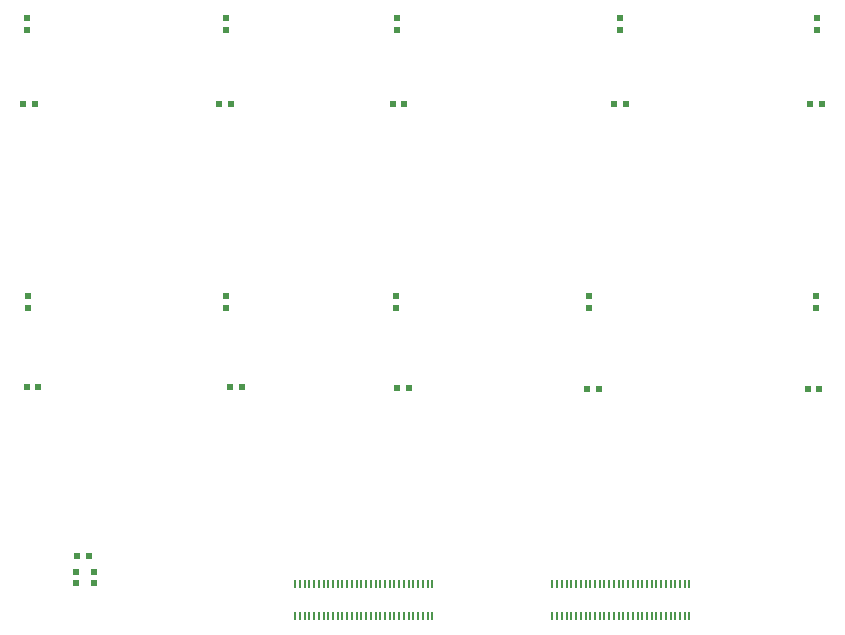
<source format=gbr>
%TF.GenerationSoftware,KiCad,Pcbnew,8.0.3*%
%TF.CreationDate,2024-12-24T16:57:12+05:30*%
%TF.ProjectId,GPIO HAT 2,4750494f-2048-4415-9420-322e6b696361,rev?*%
%TF.SameCoordinates,Original*%
%TF.FileFunction,Paste,Bot*%
%TF.FilePolarity,Positive*%
%FSLAX46Y46*%
G04 Gerber Fmt 4.6, Leading zero omitted, Abs format (unit mm)*
G04 Created by KiCad (PCBNEW 8.0.3) date 2024-12-24 16:57:12*
%MOMM*%
%LPD*%
G01*
G04 APERTURE LIST*
%ADD10R,0.500000X0.600000*%
%ADD11R,0.600000X0.500000*%
%ADD12R,0.230000X0.660000*%
G04 APERTURE END LIST*
D10*
%TO.C,C39*%
X231775000Y-92405200D03*
X230775000Y-92405200D03*
%TD*%
%TO.C,C31*%
X196824600Y-116382800D03*
X195824600Y-116382800D03*
%TD*%
D11*
%TO.C,C32*%
X195681600Y-109651800D03*
X195681600Y-108651800D03*
%TD*%
D10*
%TO.C,C33*%
X196418200Y-92405200D03*
X195418200Y-92405200D03*
%TD*%
D11*
%TO.C,C42*%
X231241600Y-109651800D03*
X231241600Y-108651800D03*
%TD*%
D10*
%TO.C,C27*%
X182676800Y-116357400D03*
X181676800Y-116357400D03*
%TD*%
D11*
%TO.C,C38*%
X212013800Y-109651800D03*
X212013800Y-108651800D03*
%TD*%
%TO.C,R20*%
X168630600Y-131953000D03*
X168630600Y-132953001D03*
%TD*%
%TO.C,C24*%
X164566600Y-109651800D03*
X164566600Y-108651800D03*
%TD*%
D12*
%TO.C,J22*%
X220547000Y-132994400D03*
X220147000Y-132994400D03*
X219747000Y-132994400D03*
X219347000Y-132994400D03*
X218947000Y-132994400D03*
X218547000Y-132994400D03*
X218147000Y-132994400D03*
X217747000Y-132994400D03*
X217347000Y-132994400D03*
X216947000Y-132994400D03*
X216547000Y-132994400D03*
X216147000Y-132994400D03*
X215747000Y-132994400D03*
X215347000Y-132994400D03*
X214947000Y-132994400D03*
X214547000Y-132994400D03*
X214147000Y-132994400D03*
X213747000Y-132994400D03*
X213347000Y-132994400D03*
X212947000Y-132994400D03*
X212547000Y-132994400D03*
X212147000Y-132994400D03*
X211747000Y-132994400D03*
X211347000Y-132994400D03*
X210947000Y-132994400D03*
X210547000Y-132994400D03*
X210147000Y-132994400D03*
X209747000Y-132994400D03*
X209347000Y-132994400D03*
X208947000Y-132994400D03*
X208947000Y-135704400D03*
X209347000Y-135704400D03*
X209747000Y-135704400D03*
X210147000Y-135704400D03*
X210547000Y-135704400D03*
X210947000Y-135704400D03*
X211347000Y-135704400D03*
X211747000Y-135704400D03*
X212147000Y-135704400D03*
X212547000Y-135704400D03*
X212947000Y-135704400D03*
X213347000Y-135704400D03*
X213747000Y-135704400D03*
X214147000Y-135704400D03*
X214547000Y-135704400D03*
X214947000Y-135704400D03*
X215347000Y-135704400D03*
X215747000Y-135704400D03*
X216147000Y-135704400D03*
X216547000Y-135704400D03*
X216947000Y-135704400D03*
X217347000Y-135704400D03*
X217747000Y-135704400D03*
X218147000Y-135704400D03*
X218547000Y-135704400D03*
X218947000Y-135704400D03*
X219347000Y-135704400D03*
X219747000Y-135704400D03*
X220147000Y-135704400D03*
X220547000Y-135704400D03*
%TD*%
D10*
%TO.C,C25*%
X165125400Y-92405200D03*
X164125400Y-92405200D03*
%TD*%
D12*
%TO.C,J21*%
X187166400Y-135712200D03*
X187566400Y-135712200D03*
X187966400Y-135712200D03*
X188366400Y-135712200D03*
X188766400Y-135712200D03*
X189166400Y-135712200D03*
X189566400Y-135712200D03*
X189966400Y-135712200D03*
X190366400Y-135712200D03*
X190766400Y-135712200D03*
X191166400Y-135712200D03*
X191566400Y-135712200D03*
X191966400Y-135712200D03*
X192366400Y-135712200D03*
X192766400Y-135712200D03*
X193166400Y-135712200D03*
X193566400Y-135712200D03*
X193966400Y-135712200D03*
X194366400Y-135712200D03*
X194766400Y-135712200D03*
X195166400Y-135712200D03*
X195566400Y-135712200D03*
X195966400Y-135712200D03*
X196366400Y-135712200D03*
X196766400Y-135712200D03*
X197166400Y-135712200D03*
X197566400Y-135712200D03*
X197966400Y-135712200D03*
X198366400Y-135712200D03*
X198766400Y-135712200D03*
X198766400Y-133002200D03*
X198366400Y-133002200D03*
X197966400Y-133002200D03*
X197566400Y-133002200D03*
X197166400Y-133002200D03*
X196766400Y-133002200D03*
X196366400Y-133002200D03*
X195966400Y-133002200D03*
X195566400Y-133002200D03*
X195166400Y-133002200D03*
X194766400Y-133002200D03*
X194366400Y-133002200D03*
X193966400Y-133002200D03*
X193566400Y-133002200D03*
X193166400Y-133002200D03*
X192766400Y-133002200D03*
X192366400Y-133002200D03*
X191966400Y-133002200D03*
X191566400Y-133002200D03*
X191166400Y-133002200D03*
X190766400Y-133002200D03*
X190366400Y-133002200D03*
X189966400Y-133002200D03*
X189566400Y-133002200D03*
X189166400Y-133002200D03*
X188766400Y-133002200D03*
X188366400Y-133002200D03*
X187966400Y-133002200D03*
X187566400Y-133002200D03*
X187166400Y-133002200D03*
%TD*%
D10*
%TO.C,C37*%
X212877400Y-116535200D03*
X211877400Y-116535200D03*
%TD*%
%TO.C,C43*%
X168732200Y-130632200D03*
X169732200Y-130632200D03*
%TD*%
D11*
%TO.C,C28*%
X181305200Y-109651800D03*
X181305200Y-108651800D03*
%TD*%
D10*
%TO.C,C29*%
X181711600Y-92405200D03*
X180711600Y-92405200D03*
%TD*%
D11*
%TO.C,R21*%
X170129200Y-132952999D03*
X170129200Y-131952999D03*
%TD*%
D10*
%TO.C,C41*%
X231546400Y-116535200D03*
X230546400Y-116535200D03*
%TD*%
D11*
%TO.C,C40*%
X231317800Y-86080600D03*
X231317800Y-85080600D03*
%TD*%
%TO.C,C26*%
X164465000Y-86080600D03*
X164465000Y-85080600D03*
%TD*%
D10*
%TO.C,C23*%
X165430200Y-116357400D03*
X164430200Y-116357400D03*
%TD*%
D11*
%TO.C,C30*%
X181305200Y-86080600D03*
X181305200Y-85080600D03*
%TD*%
%TO.C,C36*%
X214655400Y-86080600D03*
X214655400Y-85080600D03*
%TD*%
%TO.C,C34*%
X195757800Y-86080600D03*
X195757800Y-85080600D03*
%TD*%
D10*
%TO.C,C35*%
X215188800Y-92405200D03*
X214188800Y-92405200D03*
%TD*%
M02*

</source>
